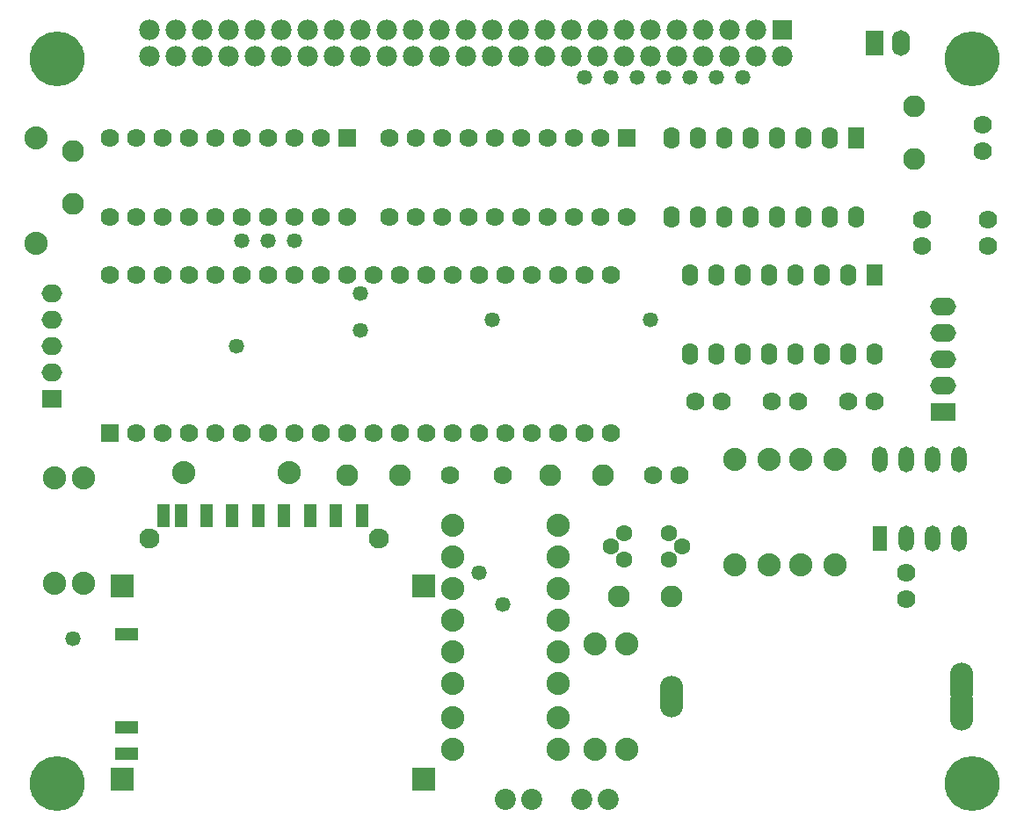
<source format=gts>
%FSLAX42Y42*%
%MOMM*%
G71*
G01*
G75*
%ADD10C,0.20*%
%ADD11R,2.00X2.00*%
%ADD12R,2.00X1.00*%
%ADD13R,1.00X2.00*%
%ADD14R,1.00X2.00*%
%ADD15C,0.41*%
%ADD16C,0.61*%
%ADD17C,0.30*%
%ADD18C,0.25*%
%ADD19C,1.73*%
%ADD20C,2.03*%
%ADD21C,1.90*%
%ADD22R,1.78X1.78*%
%ADD23C,1.78*%
%ADD24O,1.52X2.29*%
%ADD25R,1.52X2.29*%
%ADD26O,2.03X3.81*%
%ADD27C,1.83*%
%ADD28O,2.29X1.52*%
%ADD29O,1.78X1.52*%
%ADD30R,1.78X1.52*%
%ADD31C,5.08*%
%ADD32R,1.57X1.57*%
%ADD33C,1.57*%
%ADD34R,1.40X1.90*%
%ADD35O,1.40X1.90*%
%ADD36O,1.27X2.29*%
%ADD37R,1.27X2.29*%
%ADD38C,1.40*%
%ADD39R,2.29X1.52*%
%ADD40C,1.27*%
%ADD41R,2.20X2.20*%
%ADD42R,2.20X1.20*%
%ADD43R,1.20X2.20*%
%ADD44R,1.20X2.20*%
%ADD45C,1.93*%
%ADD46C,2.24*%
%ADD47C,2.11*%
%ADD48R,1.98X1.98*%
%ADD49C,1.98*%
%ADD50O,1.73X2.49*%
%ADD51R,1.73X2.49*%
%ADD52O,2.24X4.01*%
%ADD53O,2.49X1.73*%
%ADD54O,1.98X1.73*%
%ADD55R,1.98X1.73*%
%ADD56C,5.28*%
%ADD57R,1.60X2.11*%
%ADD58O,1.60X2.11*%
%ADD59O,1.47X2.49*%
%ADD60R,1.47X2.49*%
%ADD61C,1.60*%
%ADD62R,2.49X1.73*%
%ADD63C,1.47*%
D20*
X25285Y16669D02*
D03*
X25767D02*
D03*
X26021D02*
D03*
X25031D02*
D03*
D22*
X26199Y23044D02*
D03*
X23507D02*
D03*
X21221Y20199D02*
D03*
D23*
X27596Y20504D02*
D03*
X27114D02*
D03*
X29628Y23171D02*
D03*
X29044Y22003D02*
D03*
Y22257D02*
D03*
X29679Y22003D02*
D03*
Y22257D02*
D03*
X22237Y22282D02*
D03*
X21983D02*
D03*
X22491D02*
D03*
X22745D02*
D03*
X22999D02*
D03*
X21729D02*
D03*
X21221D02*
D03*
X23253D02*
D03*
X21475D02*
D03*
X23253Y23044D02*
D03*
X22999D02*
D03*
X22745D02*
D03*
X22491D02*
D03*
X22237D02*
D03*
X21983D02*
D03*
X21729D02*
D03*
X21475D02*
D03*
X21221D02*
D03*
X23507Y22282D02*
D03*
X29628Y22917D02*
D03*
X25793Y20199D02*
D03*
X26047D02*
D03*
Y21723D02*
D03*
X25793D02*
D03*
X24523D02*
D03*
X24269D02*
D03*
X24015D02*
D03*
X23761D02*
D03*
X26707Y19793D02*
D03*
X26453D02*
D03*
X21475Y20199D02*
D03*
X21729D02*
D03*
X21983D02*
D03*
X22237D02*
D03*
X22491D02*
D03*
X22745D02*
D03*
X22999D02*
D03*
X23253D02*
D03*
X23507D02*
D03*
X23761D02*
D03*
X24015D02*
D03*
X24269D02*
D03*
X24523D02*
D03*
X24777D02*
D03*
X25031D02*
D03*
X25285D02*
D03*
X25539D02*
D03*
X21221Y21723D02*
D03*
X21475D02*
D03*
X22237D02*
D03*
X22491D02*
D03*
X22745D02*
D03*
X22999D02*
D03*
X23253D02*
D03*
X23507D02*
D03*
X24777D02*
D03*
X25031D02*
D03*
X25285D02*
D03*
X26860Y20504D02*
D03*
X27850D02*
D03*
X28587D02*
D03*
X28333D02*
D03*
X24497Y19793D02*
D03*
X25005D02*
D03*
X28892Y18853D02*
D03*
Y18599D02*
D03*
X21729Y21723D02*
D03*
X21983D02*
D03*
X25945Y23044D02*
D03*
X25691D02*
D03*
X25437D02*
D03*
X25183D02*
D03*
X24929D02*
D03*
X24675D02*
D03*
X24421D02*
D03*
X24167D02*
D03*
X23913D02*
D03*
X26199Y22282D02*
D03*
X25945D02*
D03*
X25691D02*
D03*
X25437D02*
D03*
X25183D02*
D03*
X24929D02*
D03*
X24675D02*
D03*
X24421D02*
D03*
X24167D02*
D03*
X23913D02*
D03*
X25539Y21723D02*
D03*
D41*
X21342Y16863D02*
D03*
X24242Y18728D02*
D03*
X21342D02*
D03*
X24242Y16863D02*
D03*
D42*
X21382Y18263D02*
D03*
Y17368D02*
D03*
Y17108D02*
D03*
D43*
X21737Y19403D02*
D03*
X23649D02*
D03*
X22399D02*
D03*
X23399D02*
D03*
X23149D02*
D03*
X22899D02*
D03*
X21907D02*
D03*
X22149D02*
D03*
D44*
X22649Y19403D02*
D03*
D45*
X21602Y19183D02*
D03*
X23812D02*
D03*
D46*
X27241Y19945D02*
D03*
Y18929D02*
D03*
X20510Y22028D02*
D03*
Y23044D02*
D03*
X24523Y17151D02*
D03*
X25539D02*
D03*
X22948Y19818D02*
D03*
X21932D02*
D03*
X24523Y19310D02*
D03*
X25539D02*
D03*
X28206Y18929D02*
D03*
Y19945D02*
D03*
X27876D02*
D03*
Y18929D02*
D03*
X27571D02*
D03*
Y19945D02*
D03*
X24523Y18701D02*
D03*
X25539D02*
D03*
Y18396D02*
D03*
X24523D02*
D03*
Y17786D02*
D03*
X25539D02*
D03*
X24523Y19005D02*
D03*
X25539D02*
D03*
Y18091D02*
D03*
X24523D02*
D03*
Y17456D02*
D03*
X25539D02*
D03*
X20687Y19767D02*
D03*
Y18751D02*
D03*
X20967D02*
D03*
Y19767D02*
D03*
X26199Y17151D02*
D03*
Y18167D02*
D03*
X25894D02*
D03*
Y17151D02*
D03*
D47*
X20865Y22409D02*
D03*
Y22917D02*
D03*
X28968Y23349D02*
D03*
Y22841D02*
D03*
X24015Y19793D02*
D03*
X23507D02*
D03*
X25971D02*
D03*
X25463D02*
D03*
X26123Y18624D02*
D03*
X26631D02*
D03*
D48*
X27698Y24085D02*
D03*
D49*
Y23831D02*
D03*
X27444Y24085D02*
D03*
Y23831D02*
D03*
X27190Y24085D02*
D03*
Y23831D02*
D03*
X26936Y24085D02*
D03*
Y23831D02*
D03*
X26682Y24085D02*
D03*
Y23831D02*
D03*
X26428Y24085D02*
D03*
Y23831D02*
D03*
X26174Y24085D02*
D03*
Y23831D02*
D03*
X25920Y24085D02*
D03*
Y23831D02*
D03*
X25666Y24085D02*
D03*
Y23831D02*
D03*
X25412Y24085D02*
D03*
Y23831D02*
D03*
X25158Y24085D02*
D03*
Y23831D02*
D03*
X24904Y24085D02*
D03*
Y23831D02*
D03*
X24650Y24085D02*
D03*
Y23831D02*
D03*
X24396Y24085D02*
D03*
Y23831D02*
D03*
X24142Y24085D02*
D03*
Y23831D02*
D03*
X23888Y24085D02*
D03*
Y23831D02*
D03*
X23634Y24085D02*
D03*
Y23831D02*
D03*
X23380Y24085D02*
D03*
Y23831D02*
D03*
X23126Y24085D02*
D03*
Y23831D02*
D03*
X22872Y24085D02*
D03*
Y23831D02*
D03*
X22618Y24085D02*
D03*
Y23831D02*
D03*
X22364Y24085D02*
D03*
Y23831D02*
D03*
X22110Y24085D02*
D03*
Y23831D02*
D03*
X21856Y24085D02*
D03*
Y23831D02*
D03*
X21602Y24085D02*
D03*
Y23831D02*
D03*
D50*
X28841Y23958D02*
D03*
D51*
X28587D02*
D03*
D52*
X26631Y17659D02*
D03*
X29425Y17786D02*
D03*
Y17532D02*
D03*
D53*
X29247Y21418D02*
D03*
Y20656D02*
D03*
Y20910D02*
D03*
Y21164D02*
D03*
D54*
X20662Y21291D02*
D03*
Y21037D02*
D03*
Y20783D02*
D03*
Y21545D02*
D03*
D55*
Y20529D02*
D03*
D56*
X29527Y16821D02*
D03*
Y23806D02*
D03*
X20713D02*
D03*
Y16821D02*
D03*
D57*
X28409Y23044D02*
D03*
X28587Y21723D02*
D03*
D58*
X28155Y23044D02*
D03*
X27901D02*
D03*
X27647D02*
D03*
X27393D02*
D03*
X27139D02*
D03*
X26885D02*
D03*
X26631D02*
D03*
X28409Y22282D02*
D03*
X28155D02*
D03*
X27901D02*
D03*
X27647D02*
D03*
X27393D02*
D03*
X27139D02*
D03*
X26885D02*
D03*
X26631D02*
D03*
X28333Y21723D02*
D03*
X28079D02*
D03*
X27825D02*
D03*
X27571D02*
D03*
X27317D02*
D03*
X27063D02*
D03*
X28587Y20961D02*
D03*
X28333D02*
D03*
X28079D02*
D03*
X27571D02*
D03*
X27317D02*
D03*
X27063D02*
D03*
X26809D02*
D03*
Y21723D02*
D03*
X27825Y20961D02*
D03*
D59*
X29400Y19945D02*
D03*
X29146D02*
D03*
X28892D02*
D03*
X28638D02*
D03*
X29400Y19183D02*
D03*
X29146D02*
D03*
X28892D02*
D03*
D60*
X28638D02*
D03*
D61*
X26606Y18980D02*
D03*
Y19234D02*
D03*
X26733Y19107D02*
D03*
X26047D02*
D03*
X26174Y18980D02*
D03*
Y19234D02*
D03*
D62*
X29247Y20402D02*
D03*
D63*
X20865Y18218D02*
D03*
X23634Y21545D02*
D03*
Y21190D02*
D03*
X22440Y21037D02*
D03*
X24777Y18853D02*
D03*
X25793Y23628D02*
D03*
X26047D02*
D03*
X26301D02*
D03*
X26555D02*
D03*
X26809D02*
D03*
X27063D02*
D03*
X27317D02*
D03*
X26428Y21291D02*
D03*
X24904D02*
D03*
X22745Y22053D02*
D03*
X22999D02*
D03*
X22491D02*
D03*
X25005Y18548D02*
D03*
M02*

</source>
